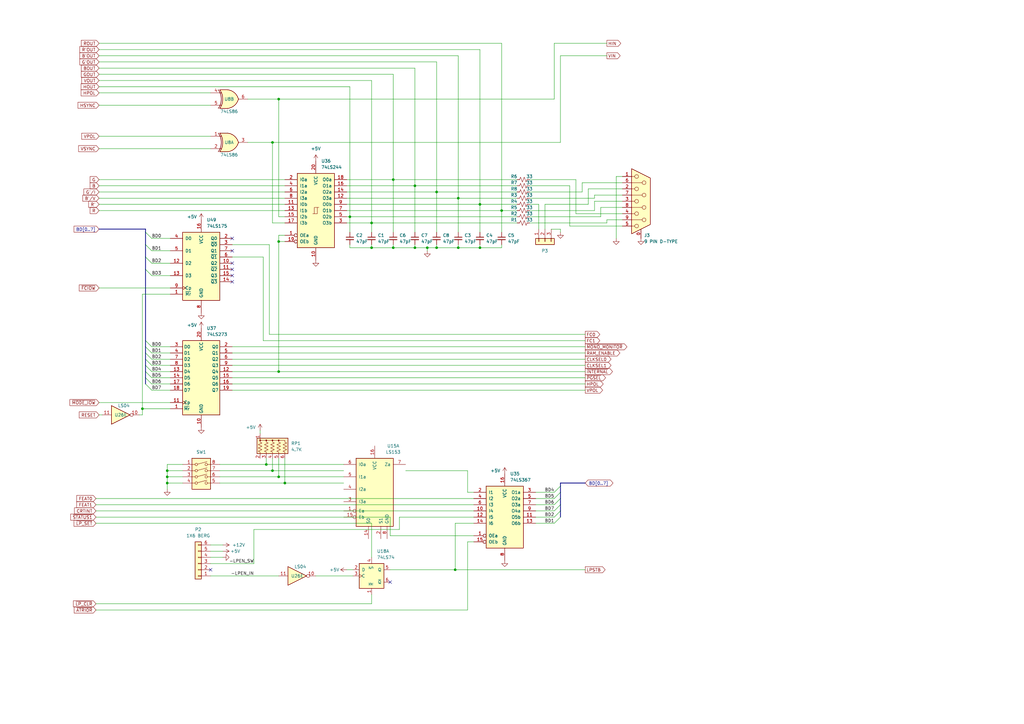
<source format=kicad_sch>
(kicad_sch (version 20230121) (generator eeschema)
  (paper "A3")
  (lib_symbols
    (symbol "74xx:74LS04"
      (property "Reference" "U" (at 0 1.27 0))
      (property "Value" "74LS04" (at 0 -1.27 0))
      (symbol "74LS04_1_0"
        (pin input line (at -7.62 0 0) (length 3.81) (name "~") (number "1"))
        (pin output inverted (at 7.62 0 180) (length 3.81) (name "~") (number "2"))
      )
      (symbol "74LS04_2_0"
        (pin input line (at -7.62 0 0) (length 3.81) (name "~") (number "3"))
        (pin output inverted (at 7.62 0 180) (length 3.81) (name "~") (number "4"))
      )
      (symbol "74LS04_3_0"
        (pin input line (at -7.62 0 0) (length 3.81) (name "~") (number "5"))
        (pin output inverted (at 7.62 0 180) (length 3.81) (name "~") (number "6"))
      )
      (symbol "74LS04_4_0"
        (pin output inverted (at 7.62 0 180) (length 3.81) (name "~") (number "8"))
        (pin input line (at -7.62 0 0) (length 3.81) (name "~") (number "9"))
      )
      (symbol "74LS04_5_0"
        (pin output inverted (at 7.62 0 180) (length 3.81) (name "~") (number "10"))
        (pin input line (at -7.62 0 0) (length 3.81) (name "~") (number "11"))
      )
      (symbol "74LS04_6_0"
        (pin output inverted (at 7.62 0 180) (length 3.81) (name "~") (number "12"))
        (pin input line (at -7.62 0 0) (length 3.81) (name "~") (number "13"))
      )
      (symbol "74LS04_7_0"
        (pin power_in line (at 0 12.7 270) (length 5.08) (name "VCC") (number "14"))
        (pin power_in line (at 0 -12.7 90) (length 5.08) (name "GND") (number "7"))
      )
    )
    (symbol "74xx:74LS175" (pin_names (offset 1.016))
      (property "Reference" "U" (at -7.62 13.97 0))
      (property "Value" "74LS175" (at -7.62 -16.51 0))
      (symbol "74LS175_1_0"
        (pin input line (at -12.7 -12.7 0) (length 5.08) (name "~{Mr}") (number "1"))
        (pin output line (at 12.7 0 180) (length 5.08) (name "Q2") (number "10"))
        (pin output line (at 12.7 -2.54 180) (length 5.08) (name "~{Q2}") (number "11"))
        (pin input line (at -12.7 0 0) (length 5.08) (name "D2") (number "12"))
        (pin input line (at -12.7 -5.08 0) (length 5.08) (name "D3") (number "13"))
        (pin output line (at 12.7 -7.62 180) (length 5.08) (name "~{Q3}") (number "14"))
        (pin output line (at 12.7 -5.08 180) (length 5.08) (name "Q3") (number "15"))
        (pin power_in line (at 0 17.78 270) (length 5.08) (name "VCC") (number "16"))
        (pin output line (at 12.7 10.16 180) (length 5.08) (name "Q0") (number "2"))
        (pin output line (at 12.7 7.62 180) (length 5.08) (name "~{Q0}") (number "3"))
        (pin input line (at -12.7 10.16 0) (length 5.08) (name "D0") (number "4"))
        (pin input line (at -12.7 5.08 0) (length 5.08) (name "D1") (number "5"))
        (pin output line (at 12.7 2.54 180) (length 5.08) (name "~{Q1}") (number "6"))
        (pin output line (at 12.7 5.08 180) (length 5.08) (name "Q1") (number "7"))
        (pin power_in line (at 0 -20.32 90) (length 5.08) (name "GND") (number "8"))
        (pin input clock (at -12.7 -10.16 0) (length 5.08) (name "Cp") (number "9"))
      )
    )
    (symbol "74xx:74LS244" (pin_names (offset 1.016))
      (property "Reference" "U" (at -7.62 16.51 0))
      (property "Value" "74LS244" (at -7.62 -16.51 0))
      (symbol "74LS244_1_0"
        (pin input inverted (at -12.7 -10.16 0) (length 5.08) (name "OEa") (number "1"))
        (pin power_in line (at 0 -20.32 90) (length 5.08) (name "GND") (number "10"))
        (pin input line (at -12.7 2.54 0) (length 5.08) (name "I0b") (number "11"))
        (pin tri_state line (at 12.7 5.08 180) (length 5.08) (name "O3a") (number "12"))
        (pin input line (at -12.7 0 0) (length 5.08) (name "I1b") (number "13"))
        (pin tri_state line (at 12.7 7.62 180) (length 5.08) (name "O2a") (number "14"))
        (pin input line (at -12.7 -2.54 0) (length 5.08) (name "I2b") (number "15"))
        (pin tri_state line (at 12.7 10.16 180) (length 5.08) (name "O1a") (number "16"))
        (pin input line (at -12.7 -5.08 0) (length 5.08) (name "I3b") (number "17"))
        (pin tri_state line (at 12.7 12.7 180) (length 5.08) (name "O0a") (number "18"))
        (pin input inverted (at -12.7 -12.7 0) (length 5.08) (name "OEb") (number "19"))
        (pin input line (at -12.7 12.7 0) (length 5.08) (name "I0a") (number "2"))
        (pin power_in line (at 0 20.32 270) (length 5.08) (name "VCC") (number "20"))
        (pin tri_state line (at 12.7 -5.08 180) (length 5.08) (name "O3b") (number "3"))
        (pin input line (at -12.7 10.16 0) (length 5.08) (name "I1a") (number "4"))
        (pin tri_state line (at 12.7 -2.54 180) (length 5.08) (name "O2b") (number "5"))
        (pin input line (at -12.7 7.62 0) (length 5.08) (name "I2a") (number "6"))
        (pin tri_state line (at 12.7 0 180) (length 5.08) (name "O1b") (number "7"))
        (pin input line (at -12.7 5.08 0) (length 5.08) (name "I3a") (number "8"))
        (pin tri_state line (at 12.7 2.54 180) (length 5.08) (name "O0b") (number "9"))
      )
    )
    (symbol "74xx:74LS273"
      (property "Reference" "U" (at -7.62 16.51 0))
      (property "Value" "74LS273" (at -7.62 -16.51 0))
      (symbol "74LS273_1_0"
        (pin input line (at -12.7 -12.7 0) (length 5.08) (name "~{Mr}") (number "1"))
        (pin power_in line (at 0 -20.32 90) (length 5.08) (name "GND") (number "10"))
        (pin input clock (at -12.7 -10.16 0) (length 5.08) (name "Cp") (number "11"))
        (pin output line (at 12.7 2.54 180) (length 5.08) (name "Q4") (number "12"))
        (pin input line (at -12.7 2.54 0) (length 5.08) (name "D4") (number "13"))
        (pin input line (at -12.7 0 0) (length 5.08) (name "D5") (number "14"))
        (pin output line (at 12.7 0 180) (length 5.08) (name "Q5") (number "15"))
        (pin output line (at 12.7 -2.54 180) (length 5.08) (name "Q6") (number "16"))
        (pin input line (at -12.7 -2.54 0) (length 5.08) (name "D6") (number "17"))
        (pin input line (at -12.7 -5.08 0) (length 5.08) (name "D7") (number "18"))
        (pin output line (at 12.7 -5.08 180) (length 5.08) (name "Q7") (number "19"))
        (pin output line (at 12.7 12.7 180) (length 5.08) (name "Q0") (number "2"))
        (pin power_in line (at 0 20.32 270) (length 5.08) (name "VCC") (number "20"))
        (pin input line (at -12.7 12.7 0) (length 5.08) (name "D0") (number "3"))
        (pin input line (at -12.7 10.16 0) (length 5.08) (name "D1") (number "4"))
        (pin output line (at 12.7 10.16 180) (length 5.08) (name "Q1") (number "5"))
        (pin output line (at 12.7 7.62 180) (length 5.08) (name "Q2") (number "6"))
        (pin input line (at -12.7 7.62 0) (length 5.08) (name "D2") (number "7"))
        (pin input line (at -12.7 5.08 0) (length 5.08) (name "D3") (number "8"))
        (pin output line (at 12.7 5.08 180) (length 5.08) (name "Q3") (number "9"))
      )
    )
    (symbol "74xx:74LS367" (pin_names (offset 1.016))
      (property "Reference" "U" (at -7.62 13.97 0))
      (property "Value" "74LS367" (at -7.62 -13.97 0))
      (symbol "74LS367_1_0"
        (pin input inverted (at -12.7 -7.62 0) (length 5.08) (name "OEa") (number "1"))
        (pin input line (at -12.7 2.54 0) (length 5.08) (name "I4") (number "10"))
        (pin tri_state line (at 12.7 0 180) (length 5.08) (name "O5b") (number "11"))
        (pin input line (at -12.7 0 0) (length 5.08) (name "I5") (number "12"))
        (pin tri_state line (at 12.7 -2.54 180) (length 5.08) (name "O6b") (number "13"))
        (pin input line (at -12.7 -2.54 0) (length 5.08) (name "I6") (number "14"))
        (pin input inverted (at -12.7 -10.16 0) (length 5.08) (name "OEb") (number "15"))
        (pin power_in line (at 0 17.78 270) (length 5.08) (name "VCC") (number "16"))
        (pin input line (at -12.7 10.16 0) (length 5.08) (name "I1") (number "2"))
        (pin tri_state line (at 12.7 10.16 180) (length 5.08) (name "O1a") (number "3"))
        (pin input line (at -12.7 7.62 0) (length 5.08) (name "I2") (number "4"))
        (pin tri_state line (at 12.7 7.62 180) (length 5.08) (name "O2a") (number "5"))
        (pin input line (at -12.7 5.08 0) (length 5.08) (name "I3") (number "6"))
        (pin tri_state line (at 12.7 5.08 180) (length 5.08) (name "O3a") (number "7"))
        (pin power_in line (at 0 -17.78 90) (length 5.08) (name "GND") (number "8"))
        (pin tri_state line (at 12.7 2.54 180) (length 5.08) (name "O4a") (number "9"))
      )
    )
    (symbol "74xx:74LS74" (pin_names (offset 1.016))
      (property "Reference" "U" (at -7.62 8.89 0))
      (property "Value" "74LS74" (at -7.62 -8.89 0))
      (symbol "74LS74_1_0"
        (pin input line (at 0 -7.62 90) (length 2.54) (name "~{R}") (number "1"))
        (pin input line (at -7.62 2.54 0) (length 2.54) (name "D") (number "2"))
        (pin input clock (at -7.62 0 0) (length 2.54) (name "C") (number "3"))
        (pin input line (at 0 7.62 270) (length 2.54) (name "~{S}") (number "4"))
        (pin output line (at 7.62 2.54 180) (length 2.54) (name "Q") (number "5"))
        (pin output line (at 7.62 -2.54 180) (length 2.54) (name "~{Q}") (number "6"))
      )
      (symbol "74LS74_2_0"
        (pin input line (at 0 7.62 270) (length 2.54) (name "~{S}") (number "10"))
        (pin input clock (at -7.62 0 0) (length 2.54) (name "C") (number "11"))
        (pin input line (at -7.62 2.54 0) (length 2.54) (name "D") (number "12"))
        (pin input line (at 0 -7.62 90) (length 2.54) (name "~{R}") (number "13"))
        (pin output line (at 7.62 -2.54 180) (length 2.54) (name "~{Q}") (number "8"))
        (pin output line (at 7.62 2.54 180) (length 2.54) (name "Q") (number "9"))
      )
      (symbol "74LS74_3_0"
        (pin power_in line (at 0 10.16 270) (length 2.54) (name "VCC") (number "14"))
        (pin power_in line (at 0 -10.16 90) (length 2.54) (name "GND") (number "7"))
      )
    )
    (symbol "74xx:74LS86" (pin_names (offset 1.016))
      (property "Reference" "U" (at 0 1.27 0))
      (property "Value" "74LS86" (at 0 -1.27 0))
      (symbol "74LS86_1_0"
        (pin input line (at -7.62 2.54 0) (length 4.445) (name "~") (number "1"))
        (pin input line (at -7.62 -2.54 0) (length 4.445) (name "~") (number "2"))
        (pin output line (at 7.62 0 180) (length 3.81) (name "~") (number "3"))
      )
      (symbol "74LS86_2_0"
        (pin input line (at -7.62 2.54 0) (length 4.445) (name "~") (number "4"))
        (pin input line (at -7.62 -2.54 0) (length 4.445) (name "~") (number "5"))
        (pin output line (at 7.62 0 180) (length 3.81) (name "~") (number "6"))
      )
      (symbol "74LS86_3_0"
        (pin input line (at -7.62 -2.54 0) (length 4.445) (name "~") (number "10"))
        (pin output line (at 7.62 0 180) (length 3.81) (name "~") (number "8"))
        (pin input line (at -7.62 2.54 0) (length 4.445) (name "~") (number "9"))
      )
      (symbol "74LS86_4_0"
        (pin output line (at 7.62 0 180) (length 3.81) (name "~") (number "11"))
        (pin input line (at -7.62 2.54 0) (length 4.445) (name "~") (number "12"))
        (pin input line (at -7.62 -2.54 0) (length 4.445) (name "~") (number "13"))
      )
      (symbol "74LS86_5_0"
        (pin power_in line (at 0 12.7 270) (length 5.08) (name "VCC") (number "14"))
        (pin power_in line (at 0 -12.7 90) (length 5.08) (name "GND") (number "7"))
      )
    )
    (symbol "Connector:DE9_Receptacle_MountingHoles" (pin_names (offset 1.016) hide)
      (property "Reference" "J" (at 0 16.51 0))
      (property "Value" "DE9_Receptacle_MountingHoles" (at 0 14.605 0))
      (symbol "DE9_Receptacle_MountingHoles_1_1"
        (pin passive line (at 0 -15.24 90) (length 3.81) (name "PAD") (number "0"))
        (pin passive line (at -7.62 10.16 0) (length 3.81) (name "1") (number "1"))
        (pin passive line (at -7.62 5.08 0) (length 3.81) (name "2") (number "2"))
        (pin passive line (at -7.62 0 0) (length 3.81) (name "3") (number "3"))
        (pin passive line (at -7.62 -5.08 0) (length 3.81) (name "4") (number "4"))
        (pin passive line (at -7.62 -10.16 0) (length 3.81) (name "5") (number "5"))
        (pin passive line (at -7.62 7.62 0) (length 3.81) (name "6") (number "6"))
        (pin passive line (at -7.62 2.54 0) (length 3.81) (name "7") (number "7"))
        (pin passive line (at -7.62 -2.54 0) (length 3.81) (name "8") (number "8"))
        (pin passive line (at -7.62 -7.62 0) (length 3.81) (name "9") (number "9"))
      )
    )
    (symbol "Connector_Generic:Conn_01x03" (pin_names (offset 1.016) hide)
      (property "Reference" "J" (at 0 5.08 0))
      (property "Value" "Conn_01x03" (at 0 -5.08 0))
      (symbol "Conn_01x03_1_1"
        (pin passive line (at -5.08 2.54 0) (length 3.81) (name "Pin_1") (number "1"))
        (pin passive line (at -5.08 0 0) (length 3.81) (name "Pin_2") (number "2"))
        (pin passive line (at -5.08 -2.54 0) (length 3.81) (name "Pin_3") (number "3"))
      )
    )
    (symbol "Connector_Generic:Conn_01x06" (pin_names (offset 1.016) hide)
      (property "Reference" "J" (at 0 7.62 0))
      (property "Value" "Conn_01x06" (at 0 -10.16 0))
      (symbol "Conn_01x06_1_1"
        (pin passive line (at -5.08 5.08 0) (length 3.81) (name "Pin_1") (number "1"))
        (pin passive line (at -5.08 2.54 0) (length 3.81) (name "Pin_2") (number "2"))
        (pin passive line (at -5.08 0 0) (length 3.81) (name "Pin_3") (number "3"))
        (pin passive line (at -5.08 -2.54 0) (length 3.81) (name "Pin_4") (number "4"))
        (pin passive line (at -5.08 -5.08 0) (length 3.81) (name "Pin_5") (number "5"))
        (pin passive line (at -5.08 -7.62 0) (length 3.81) (name "Pin_6") (number "6"))
      )
    )
    (symbol "Device:C_Small" (pin_numbers hide) (pin_names (offset 0.254) hide)
      (property "Reference" "C" (at 0.254 1.778 0))
      (property "Value" "C_Small" (at 0.254 -2.032 0))
      (symbol "C_Small_1_1"
        (pin passive line (at 0 2.54 270) (length 2.032) (name "~") (number "1"))
        (pin passive line (at 0 -2.54 90) (length 2.032) (name "~") (number "2"))
      )
    )
    (symbol "Device:R_Network05_US" (pin_names (offset 0) hide)
      (property "Reference" "RN" (at -7.62 0 90))
      (property "Value" "R_Network05_US" (at 7.62 0 90))
      (symbol "R_Network05_US_1_1"
        (pin passive line (at -5.08 5.08 270) (length 2.54) (name "common") (number "1"))
        (pin passive line (at -5.08 -5.08 90) (length 1.27) (name "R1") (number "2"))
        (pin passive line (at -2.54 -5.08 90) (length 1.27) (name "R2") (number "3"))
        (pin passive line (at 0 -5.08 90) (length 1.27) (name "R3") (number "4"))
        (pin passive line (at 2.54 -5.08 90) (length 1.27) (name "R4") (number "5"))
        (pin passive line (at 5.08 -5.08 90) (length 1.27) (name "R5") (number "6"))
      )
    )
    (symbol "Device:R_Small_US" (pin_numbers hide) (pin_names (offset 0.254) hide)
      (property "Reference" "R" (at 0.762 0.508 0))
      (property "Value" "R_Small_US" (at 0.762 -1.016 0))
      (symbol "R_Small_US_1_1"
        (pin passive line (at 0 2.54 270) (length 1.016) (name "~") (number "1"))
        (pin passive line (at 0 -2.54 90) (length 1.016) (name "~") (number "2"))
      )
    )
    (symbol "EGACard:74LS153" (pin_names (offset 1.016))
      (property "Reference" "U" (at 3.81 5.08 0))
      (property "Value" "74LS153" (at 6.35 2.54 0))
      (symbol "74LS153_1_0"
        (pin input inverted (at -5.08 -21.59 0) (length 5.08) (name "Ea") (number "1"))
        (pin input line (at 5.08 -33.02 90) (length 5.08) (name "S0") (number "14"))
        (pin input inverted (at -5.08 -24.13 0) (length 5.08) (name "Eb") (number "15"))
        (pin power_in line (at 7.62 5.08 270) (length 5.08) (name "VCC") (number "16"))
        (pin input line (at 10.16 -33.02 90) (length 5.08) (name "S1") (number "2"))
        (pin input line (at -5.08 -17.78 0) (length 5.08) (name "I3a") (number "3"))
        (pin input line (at -5.08 -12.7 0) (length 5.08) (name "I2a") (number "4"))
        (pin input line (at -5.08 -7.62 0) (length 5.08) (name "I1a") (number "5"))
        (pin output line (at 20.32 -2.54 180) (length 5.08) (name "Za") (number "7"))
        (pin power_in line (at 12.7 -33.02 90) (length 5.08) (name "GND") (number "8"))
      )
      (symbol "74LS153_1_1"
        (pin input line (at -5.08 -2.54 0) (length 5.08) (name "I0a") (number "6"))
      )
      (symbol "74LS153_2_0"
        (pin input line (at -5.08 -2.54 0) (length 5.08) (name "I0b") (number "10"))
        (pin input line (at -5.08 -2.54 0) (length 5.08) (name "I0b") (number "10"))
        (pin input line (at -5.08 -5.08 0) (length 5.08) (name "I1b") (number "11"))
        (pin input line (at -5.08 -5.08 0) (length 5.08) (name "I1b") (number "11"))
        (pin input line (at -5.08 -7.62 0) (length 5.08) (name "I2b") (number "12"))
        (pin input line (at -5.08 -7.62 0) (length 5.08) (name "I2b") (number "12"))
        (pin input line (at -5.08 -10.16 0) (length 5.08) (name "I3b") (number "13"))
        (pin input line (at -5.08 -10.16 0) (length 5.08) (name "I3b") (number "13"))
        (pin output line (at 20.32 -5.08 180) (length 5.08) (name "Zb") (number "9"))
      )
    )
    (symbol "Switch:SW_DIP_x04" (pin_names (offset 0) hide)
      (property "Reference" "SW" (at 0 8.89 0))
      (property "Value" "SW_DIP_x04" (at 0 -6.35 0))
      (symbol "SW_DIP_x04_1_1"
        (pin passive line (at -7.62 5.08 0) (length 5.08) (name "~") (number "1"))
        (pin passive line (at -7.62 2.54 0) (length 5.08) (name "~") (number "2"))
        (pin passive line (at -7.62 0 0) (length 5.08) (name "~") (number "3"))
        (pin passive line (at -7.62 -2.54 0) (length 5.08) (name "~") (number "4"))
        (pin passive line (at 7.62 -2.54 180) (length 5.08) (name "~") (number "5"))
        (pin passive line (at 7.62 0 180) (length 5.08) (name "~") (number "6"))
        (pin passive line (at 7.62 2.54 180) (length 5.08) (name "~") (number "7"))
        (pin passive line (at 7.62 5.08 180) (length 5.08) (name "~") (number "8"))
      )
    )
    (symbol "power:+12V" (power) (pin_names (offset 0))
      (property "Value" "+12V" (at 0 3.556 0))
      (symbol "+12V_1_1"
        (pin power_in line (at 0 0 90) (length 0) hide (name "+12V") (number "1"))
      )
    )
    (symbol "power:+5V" (power) (pin_names (offset 0))
      (property "Value" "+5V" (at 0 3.556 0))
      (symbol "+5V_1_1"
        (pin power_in line (at 0 0 90) (length 0) hide (name "+5V") (number "1"))
      )
    )
    (symbol "power:GND" (power) (pin_names (offset 0))
      (property "Value" "GND" (at 0 -3.81 0))
      (symbol "GND_1_1"
        (pin power_in line (at 0 0 270) (length 0) hide (name "GND") (number "1"))
      )
    )
  )
  (junction (at 187.96 81.28))
  (junction (at 114.3 195.58))
  (junction (at 152.4 101.6))
  (junction (at 58.42 167.64))
  (junction (at 196.85 83.82))
  (junction (at 152.4 91.44))
  (junction (at 68.58 195.58))
  (junction (at 114.3 152.4))
  (junction (at 170.18 101.6))
  (junction (at 116.84 198.12))
  (junction (at 205.74 86.36))
  (junction (at 68.58 193.04))
  (junction (at 143.51 88.9))
  (junction (at 196.85 101.6))
  (junction (at 161.29 101.6))
  (junction (at 179.07 78.74))
  (junction (at 114.3 99.06))
  (junction (at 114.3 40.64))
  (junction (at 109.22 190.5))
  (junction (at 186.69 233.68))
  (junction (at 170.18 76.2))
  (junction (at 111.76 193.04))
  (junction (at 175.26 101.6))
  (junction (at 111.76 58.42))
  (junction (at 161.29 73.66))
  (junction (at 68.58 198.12))
  (junction (at 187.96 101.6))
  (junction (at 179.07 101.6))
  (no_connect (at 95.25 113.03))
  (no_connect (at 86.36 233.68))
  (no_connect (at 160.02 238.76))
  (no_connect (at 95.25 110.49))
  (no_connect (at 95.25 107.95))
  (no_connect (at 95.25 102.87))
  (no_connect (at 95.25 115.57))
  (no_connect (at 95.25 97.79))
  (bus_entry (at 59.69 144.78) (size 2.54 2.54))
  (bus_entry (at 59.69 154.94) (size 2.54 2.54))
  (bus_entry (at 59.69 105.41) (size 2.54 2.54))
  (bus_entry (at 227.33 209.55) (size 2.54 -2.54))
  (bus_entry (at 59.69 100.33) (size 2.54 2.54))
  (bus_entry (at 59.69 149.86) (size 2.54 2.54))
  (bus_entry (at 227.33 204.47) (size 2.54 -2.54))
  (bus_entry (at 227.33 212.09) (size 2.54 -2.54))
  (bus_entry (at 227.33 214.63) (size 2.54 -2.54))
  (bus_entry (at 59.69 147.32) (size 2.54 2.54))
  (bus_entry (at 59.69 110.49) (size 2.54 2.54))
  (bus_entry (at 59.69 142.24) (size 2.54 2.54))
  (bus_entry (at 227.33 207.01) (size 2.54 -2.54))
  (bus_entry (at 59.69 139.7) (size 2.54 2.54))
  (bus_entry (at 227.33 201.93) (size 2.54 -2.54))
  (bus_entry (at 59.69 152.4) (size 2.54 2.54))
  (bus_entry (at 59.69 157.48) (size 2.54 2.54))
  (bus_entry (at 59.69 95.25) (size 2.54 2.54))
  (wire (pts (xy 114.3 195.58) (xy 140.97 195.58)))
  (wire (pts (xy 95.25 144.78) (xy 240.03 144.78)))
  (wire (pts (xy 229.87 22.86) (xy 229.87 58.42)))
  (wire (pts (xy 143.51 88.9) (xy 212.09 88.9)))
  (wire (pts (xy 220.98 83.82) (xy 220.98 93.98)))
  (wire (pts (xy 163.83 212.09) (xy 194.31 212.09)))
  (bus (pts (xy 59.69 105.41) (xy 59.69 100.33)))
  (wire (pts (xy 241.3 77.47) (xy 255.27 77.47)))
  (wire (pts (xy 106.68 176.53) (xy 106.68 177.8)))
  (bus (pts (xy 229.87 201.93) (xy 229.87 199.39)))
  (wire (pts (xy 68.58 193.04) (xy 74.93 193.04)))
  (wire (pts (xy 175.26 101.6) (xy 179.07 101.6)))
  (wire (pts (xy 161.29 101.6) (xy 170.18 101.6)))
  (wire (pts (xy 219.71 209.55) (xy 227.33 209.55)))
  (wire (pts (xy 39.37 204.47) (xy 194.31 204.47)))
  (wire (pts (xy 238.76 78.74) (xy 238.76 74.93)))
  (wire (pts (xy 95.25 154.94) (xy 240.03 154.94)))
  (wire (pts (xy 205.74 100.33) (xy 205.74 101.6)))
  (wire (pts (xy 186.69 214.63) (xy 186.69 233.68)))
  (wire (pts (xy 109.22 187.96) (xy 109.22 190.5)))
  (wire (pts (xy 187.96 81.28) (xy 187.96 22.86)))
  (wire (pts (xy 40.64 73.66) (xy 116.84 73.66)))
  (wire (pts (xy 62.23 152.4) (xy 69.85 152.4)))
  (bus (pts (xy 59.69 95.25) (xy 59.69 93.98)))
  (wire (pts (xy 187.96 101.6) (xy 196.85 101.6)))
  (wire (pts (xy 205.74 86.36) (xy 212.09 86.36)))
  (bus (pts (xy 59.69 110.49) (xy 59.69 105.41)))
  (wire (pts (xy 205.74 86.36) (xy 205.74 17.78)))
  (wire (pts (xy 233.68 92.71) (xy 255.27 92.71)))
  (wire (pts (xy 109.22 190.5) (xy 140.97 190.5)))
  (wire (pts (xy 114.3 96.52) (xy 114.3 99.06)))
  (wire (pts (xy 114.3 152.4) (xy 240.03 152.4)))
  (wire (pts (xy 205.74 86.36) (xy 205.74 95.25)))
  (wire (pts (xy 116.84 96.52) (xy 114.3 96.52)))
  (wire (pts (xy 90.17 190.5) (xy 109.22 190.5)))
  (wire (pts (xy 114.3 88.9) (xy 114.3 40.64)))
  (wire (pts (xy 179.07 78.74) (xy 179.07 95.25)))
  (wire (pts (xy 243.84 86.36) (xy 243.84 82.55)))
  (wire (pts (xy 68.58 195.58) (xy 68.58 198.12)))
  (wire (pts (xy 58.42 170.18) (xy 57.15 170.18)))
  (wire (pts (xy 217.17 81.28) (xy 243.84 81.28)))
  (wire (pts (xy 187.96 81.28) (xy 187.96 95.25)))
  (wire (pts (xy 116.84 198.12) (xy 140.97 198.12)))
  (wire (pts (xy 58.42 167.64) (xy 69.85 167.64)))
  (wire (pts (xy 95.25 157.48) (xy 240.03 157.48)))
  (wire (pts (xy 187.96 101.6) (xy 187.96 100.33)))
  (wire (pts (xy 95.25 100.33) (xy 110.49 100.33)))
  (wire (pts (xy 86.36 228.6) (xy 91.44 228.6)))
  (wire (pts (xy 170.18 76.2) (xy 212.09 76.2)))
  (wire (pts (xy 246.38 88.9) (xy 246.38 85.09)))
  (wire (pts (xy 111.76 58.42) (xy 101.6 58.42)))
  (wire (pts (xy 111.76 193.04) (xy 140.97 193.04)))
  (wire (pts (xy 40.64 81.28) (xy 116.84 81.28)))
  (wire (pts (xy 219.71 204.47) (xy 227.33 204.47)))
  (wire (pts (xy 68.58 198.12) (xy 68.58 200.66)))
  (wire (pts (xy 179.07 78.74) (xy 179.07 25.4)))
  (wire (pts (xy 152.4 101.6) (xy 161.29 101.6)))
  (wire (pts (xy 160.02 212.09) (xy 160.02 219.71)))
  (wire (pts (xy 219.71 207.01) (xy 227.33 207.01)))
  (wire (pts (xy 191.77 201.93) (xy 191.77 193.04)))
  (wire (pts (xy 219.71 212.09) (xy 227.33 212.09)))
  (wire (pts (xy 223.52 93.98) (xy 223.52 83.82)))
  (wire (pts (xy 142.24 73.66) (xy 161.29 73.66)))
  (wire (pts (xy 191.77 250.19) (xy 191.77 222.25)))
  (wire (pts (xy 58.42 167.64) (xy 58.42 170.18)))
  (wire (pts (xy 229.87 58.42) (xy 111.76 58.42)))
  (wire (pts (xy 229.87 93.98) (xy 229.87 95.25)))
  (wire (pts (xy 40.64 43.18) (xy 86.36 43.18)))
  (wire (pts (xy 161.29 73.66) (xy 161.29 30.48)))
  (wire (pts (xy 187.96 81.28) (xy 212.09 81.28)))
  (wire (pts (xy 111.76 91.44) (xy 111.76 58.42)))
  (wire (pts (xy 62.23 154.94) (xy 69.85 154.94)))
  (wire (pts (xy 39.37 250.19) (xy 191.77 250.19)))
  (wire (pts (xy 160.02 233.68) (xy 186.69 233.68)))
  (wire (pts (xy 116.84 88.9) (xy 114.3 88.9)))
  (wire (pts (xy 161.29 73.66) (xy 212.09 73.66)))
  (wire (pts (xy 62.23 107.95) (xy 69.85 107.95)))
  (wire (pts (xy 217.17 83.82) (xy 220.98 83.82)))
  (wire (pts (xy 86.36 236.22) (xy 114.3 236.22)))
  (wire (pts (xy 40.64 22.86) (xy 187.96 22.86)))
  (wire (pts (xy 191.77 193.04) (xy 166.37 193.04)))
  (wire (pts (xy 170.18 76.2) (xy 170.18 27.94)))
  (wire (pts (xy 186.69 233.68) (xy 240.03 233.68)))
  (wire (pts (xy 40.64 60.96) (xy 86.36 60.96)))
  (wire (pts (xy 40.64 17.78) (xy 205.74 17.78)))
  (wire (pts (xy 40.64 30.48) (xy 161.29 30.48)))
  (wire (pts (xy 219.71 214.63) (xy 227.33 214.63)))
  (wire (pts (xy 142.24 78.74) (xy 179.07 78.74)))
  (wire (pts (xy 241.3 83.82) (xy 241.3 77.47)))
  (wire (pts (xy 246.38 85.09) (xy 255.27 85.09)))
  (wire (pts (xy 95.25 105.41) (xy 107.95 105.41)))
  (wire (pts (xy 40.64 76.2) (xy 116.84 76.2)))
  (wire (pts (xy 116.84 187.96) (xy 116.84 198.12)))
  (wire (pts (xy 39.37 207.01) (xy 194.31 207.01)))
  (wire (pts (xy 40.64 20.32) (xy 196.85 20.32)))
  (wire (pts (xy 236.22 73.66) (xy 236.22 87.63)))
  (wire (pts (xy 114.3 99.06) (xy 116.84 99.06)))
  (wire (pts (xy 248.92 22.86) (xy 229.87 22.86)))
  (wire (pts (xy 142.24 88.9) (xy 143.51 88.9)))
  (wire (pts (xy 179.07 101.6) (xy 179.07 100.33)))
  (wire (pts (xy 170.18 101.6) (xy 175.26 101.6)))
  (wire (pts (xy 40.64 55.88) (xy 86.36 55.88)))
  (wire (pts (xy 116.84 91.44) (xy 111.76 91.44)))
  (wire (pts (xy 152.4 100.33) (xy 152.4 101.6)))
  (wire (pts (xy 95.25 142.24) (xy 240.03 142.24)))
  (wire (pts (xy 74.93 190.5) (xy 68.58 190.5)))
  (wire (pts (xy 40.64 38.1) (xy 86.36 38.1)))
  (wire (pts (xy 217.17 76.2) (xy 233.68 76.2)))
  (wire (pts (xy 179.07 78.74) (xy 212.09 78.74)))
  (wire (pts (xy 223.52 83.82) (xy 241.3 83.82)))
  (bus (pts (xy 59.69 142.24) (xy 59.69 144.78)))
  (wire (pts (xy 163.83 217.17) (xy 163.83 212.09)))
  (wire (pts (xy 86.36 223.52) (xy 91.44 223.52)))
  (wire (pts (xy 62.23 149.86) (xy 69.85 149.86)))
  (bus (pts (xy 59.69 147.32) (xy 59.69 149.86)))
  (wire (pts (xy 104.14 231.14) (xy 104.14 217.17)))
  (wire (pts (xy 217.17 86.36) (xy 243.84 86.36)))
  (wire (pts (xy 219.71 201.93) (xy 227.33 201.93)))
  (wire (pts (xy 196.85 83.82) (xy 212.09 83.82)))
  (wire (pts (xy 95.25 152.4) (xy 114.3 152.4)))
  (wire (pts (xy 152.4 243.84) (xy 152.4 247.65)))
  (wire (pts (xy 110.49 137.16) (xy 240.03 137.16)))
  (wire (pts (xy 252.73 72.39) (xy 252.73 97.79)))
  (wire (pts (xy 114.3 187.96) (xy 114.3 195.58)))
  (wire (pts (xy 86.36 231.14) (xy 104.14 231.14)))
  (wire (pts (xy 62.23 113.03) (xy 69.85 113.03)))
  (wire (pts (xy 39.37 247.65) (xy 152.4 247.65)))
  (bus (pts (xy 59.69 144.78) (xy 59.69 147.32)))
  (wire (pts (xy 243.84 81.28) (xy 243.84 80.01)))
  (bus (pts (xy 59.69 100.33) (xy 59.69 95.25)))
  (wire (pts (xy 179.07 101.6) (xy 187.96 101.6)))
  (bus (pts (xy 59.69 154.94) (xy 59.69 157.48)))
  (bus (pts (xy 59.69 152.4) (xy 59.69 154.94)))
  (wire (pts (xy 227.33 40.64) (xy 227.33 17.78)))
  (wire (pts (xy 152.4 228.6) (xy 152.4 214.63)))
  (wire (pts (xy 227.33 17.78) (xy 248.92 17.78)))
  (wire (pts (xy 161.29 101.6) (xy 161.29 100.33)))
  (wire (pts (xy 142.24 233.68) (xy 144.78 233.68)))
  (wire (pts (xy 143.51 88.9) (xy 143.51 35.56)))
  (wire (pts (xy 114.3 40.64) (xy 101.6 40.64)))
  (bus (pts (xy 229.87 199.39) (xy 229.87 198.12)))
  (wire (pts (xy 217.17 88.9) (xy 246.38 88.9)))
  (wire (pts (xy 40.64 35.56) (xy 143.51 35.56)))
  (wire (pts (xy 170.18 76.2) (xy 170.18 95.25)))
  (wire (pts (xy 129.54 236.22) (xy 144.78 236.22)))
  (wire (pts (xy 107.95 105.41) (xy 107.95 139.7)))
  (wire (pts (xy 40.64 78.74) (xy 116.84 78.74)))
  (bus (pts (xy 229.87 209.55) (xy 229.87 207.01)))
  (wire (pts (xy 40.64 86.36) (xy 116.84 86.36)))
  (wire (pts (xy 196.85 83.82) (xy 196.85 20.32)))
  (wire (pts (xy 39.37 209.55) (xy 194.31 209.55)))
  (bus (pts (xy 229.87 212.09) (xy 229.87 209.55)))
  (wire (pts (xy 58.42 120.65) (xy 58.42 167.64)))
  (wire (pts (xy 143.51 88.9) (xy 143.51 95.25)))
  (bus (pts (xy 59.69 149.86) (xy 59.69 152.4)))
  (wire (pts (xy 142.24 81.28) (xy 187.96 81.28)))
  (wire (pts (xy 217.17 73.66) (xy 236.22 73.66)))
  (bus (pts (xy 40.64 93.98) (xy 59.69 93.98)))
  (wire (pts (xy 205.74 101.6) (xy 196.85 101.6)))
  (wire (pts (xy 62.23 160.02) (xy 69.85 160.02)))
  (wire (pts (xy 68.58 195.58) (xy 74.93 195.58)))
  (wire (pts (xy 175.26 101.6) (xy 175.26 102.87)))
  (wire (pts (xy 243.84 82.55) (xy 255.27 82.55)))
  (wire (pts (xy 90.17 198.12) (xy 116.84 198.12)))
  (wire (pts (xy 248.92 90.17) (xy 255.27 90.17)))
  (wire (pts (xy 62.23 157.48) (xy 69.85 157.48)))
  (wire (pts (xy 40.64 25.4) (xy 179.07 25.4)))
  (bus (pts (xy 229.87 207.01) (xy 229.87 204.47)))
  (wire (pts (xy 86.36 226.06) (xy 91.44 226.06)))
  (wire (pts (xy 68.58 198.12) (xy 74.93 198.12)))
  (wire (pts (xy 160.02 219.71) (xy 194.31 219.71)))
  (wire (pts (xy 248.92 91.44) (xy 248.92 90.17)))
  (wire (pts (xy 40.64 27.94) (xy 170.18 27.94)))
  (wire (pts (xy 194.31 214.63) (xy 186.69 214.63)))
  (wire (pts (xy 226.06 93.98) (xy 229.87 93.98)))
  (wire (pts (xy 238.76 74.93) (xy 255.27 74.93)))
  (wire (pts (xy 255.27 72.39) (xy 252.73 72.39)))
  (wire (pts (xy 40.64 33.02) (xy 152.4 33.02)))
  (bus (pts (xy 229.87 198.12) (xy 240.03 198.12)))
  (wire (pts (xy 236.22 87.63) (xy 255.27 87.63)))
  (wire (pts (xy 68.58 190.5) (xy 68.58 193.04)))
  (wire (pts (xy 104.14 217.17) (xy 163.83 217.17)))
  (wire (pts (xy 196.85 83.82) (xy 196.85 95.25)))
  (bus (pts (xy 229.87 204.47) (xy 229.87 201.93)))
  (wire (pts (xy 62.23 144.78) (xy 69.85 144.78)))
  (wire (pts (xy 143.51 101.6) (xy 152.4 101.6)))
  (wire (pts (xy 62.23 147.32) (xy 69.85 147.32)))
  (wire (pts (xy 40.64 83.82) (xy 116.84 83.82)))
  (wire (pts (xy 191.77 201.93) (xy 194.31 201.93)))
  (wire (pts (xy 69.85 120.65) (xy 58.42 120.65)))
  (wire (pts (xy 142.24 83.82) (xy 196.85 83.82)))
  (wire (pts (xy 114.3 152.4) (xy 114.3 99.06)))
  (wire (pts (xy 152.4 91.44) (xy 152.4 33.02)))
  (bus (pts (xy 59.69 139.7) (xy 59.69 142.24)))
  (wire (pts (xy 40.64 170.18) (xy 41.91 170.18)))
  (wire (pts (xy 39.37 212.09) (xy 160.02 212.09)))
  (wire (pts (xy 114.3 40.64) (xy 227.33 40.64)))
  (wire (pts (xy 142.24 76.2) (xy 170.18 76.2)))
  (wire (pts (xy 152.4 91.44) (xy 212.09 91.44)))
  (bus (pts (xy 59.69 110.49) (xy 59.69 139.7)))
  (wire (pts (xy 62.23 142.24) (xy 69.85 142.24)))
  (wire (pts (xy 191.77 222.25) (xy 194.31 222.25)))
  (wire (pts (xy 90.17 193.04) (xy 111.76 193.04)))
  (wire (pts (xy 233.68 76.2) (xy 233.68 92.71)))
  (wire (pts (xy 152.4 91.44) (xy 152.4 95.25)))
  (wire (pts (xy 217.17 78.74) (xy 238.76 78.74)))
  (wire (pts (xy 95.25 147.32) (xy 240.03 147.32)))
  (wire (pts (xy 196.85 101.6) (xy 196.85 100.33)))
  (wire (pts (xy 217.17 91.44) (xy 248.92 91.44)))
  (wire (pts (xy 152.4 214.63) (xy 39.37 214.63)))
  (wire (pts (xy 95.25 149.86) (xy 240.03 149.86)))
  (wire (pts (xy 90.17 195.58) (xy 114.3 195.58)))
  (wire (pts (xy 243.84 80.01) (xy 255.27 80.01)))
  (wire (pts (xy 111.76 187.96) (xy 111.76 193.04)))
  (wire (pts (xy 62.23 102.87) (xy 69.85 102.87)))
  (wire (pts (xy 40.64 165.1) (xy 69.85 165.1)))
  (wire (pts (xy 107.95 139.7) (xy 240.03 139.7)))
  (wire (pts (xy 142.24 91.44) (xy 152.4 91.44)))
  (wire (pts (xy 95.25 160.02) (xy 240.03 160.02)))
  (wire (pts (xy 142.24 86.36) (xy 205.74 86.36)))
  (wire (pts (xy 68.58 193.04) (xy 68.58 195.58)))
  (wire (pts (xy 40.64 118.11) (xy 69.85 118.11)))
  (wire (pts (xy 110.49 100.33) (xy 110.49 137.16)))
  (wire (pts (xy 143.51 100.33) (xy 143.51 101.6)))
  (wire (pts (xy 62.23 97.79) (xy 69.85 97.79)))
  (wire (pts (xy 161.29 73.66) (xy 161.29 95.25)))
  (wire (pts (xy 170.18 101.6) (xy 170.18 100.33)))
  (label "BD2" (at 227.33 212.09 180))
  (label "BD7" (at 227.33 209.55 180))
  (label "BD5" (at 227.33 204.47 180))
  (label "BD3" (at 62.23 149.86 0))
  (label "BD3" (at 62.23 113.03 0))
  (label "BD4" (at 227.33 201.93 180))
  (label "-LPEN_SW" (at 93.98 231.14 0))
  (label "BD1" (at 62.23 102.87 0))
  (label "BD4" (at 62.23 152.4 0))
  (label "-LPEN_IN" (at 104.14 236.22 180))
  (label "BD2" (at 62.23 107.95 0))
  (label "BD0" (at 62.23 142.24 0))
  (label "BD1" (at 227.33 214.63 180))
  (label "BD1" (at 62.23 144.78 0))
  (label "BD2" (at 62.23 147.32 0))
  (label "BD6" (at 62.23 157.48 0))
  (label "BD5" (at 62.23 154.94 0))
  (label "BD7" (at 62.23 160.02 0))
  (label "BD0" (at 62.23 97.79 0))
  (label "BD6" (at 227.33 207.01 180))
  (global_label "RESET" (shape input) (at 40.64 170.18 180) (property "Intersheetrefs" "${INTERSHEET_REFS}" (at 31.9097 170.18 0) (effects (justify right))))
  (global_label "CLKSEL0" (shape output) (at 240.03 147.32 0) (property "Intersheetrefs" "${INTERSHEET_REFS}" (at 251.1794 147.32 0) (effects (justify left))))
  (global_label "~{MONO_MONITOR}" (shape output) (at 240.03 142.24 0) (property "Intersheetrefs" "${INTERSHEET_REFS}" (at 257.711 142.24 0) (effects (justify left))))
  (global_label "VPOL" (shape output) (at 240.03 160.02 0) (property "Intersheetrefs" "${INTERSHEET_REFS}" (at 247.7324 160.02 0) (effects (justify left))))
  (global_label "FEAT0" (shape input) (at 39.37 204.47 180) (property "Intersheetrefs" "${INTERSHEET_REFS}" (at 30.8815 204.47 0) (effects (justify right))))
  (global_label "HOUT" (shape input) (at 40.64 35.56 180) (property "Intersheetrefs" "${INTERSHEET_REFS}" (at 32.6957 35.56 0) (effects (justify right))))
  (global_label "BOUT" (shape input) (at 40.64 27.94 180) (property "Intersheetrefs" "${INTERSHEET_REFS}" (at 32.7562 27.94 0) (effects (justify right))))
  (global_label "G'OUT" (shape input) (at 40.64 25.4 180) (property "Intersheetrefs" "${INTERSHEET_REFS}" (at 32.1514 25.4 0) (effects (justify right))))
  (global_label "R'" (shape input) (at 40.64 83.82 180) (property "Intersheetrefs" "${INTERSHEET_REFS}" (at 35.78 83.82 0) (effects (justify right))))
  (global_label "VSYNC" (shape input) (at 40.64 60.96 180) (property "Intersheetrefs" "${INTERSHEET_REFS}" (at 31.6676 60.96 0) (effects (justify right))))
  (global_label "~{INTERNAL}" (shape output) (at 240.03 152.4 0) (property "Intersheetrefs" "${INTERSHEET_REFS}" (at 251.7843 152.4 0) (effects (justify left))))
  (global_label "HIN" (shape output) (at 248.92 17.78 0) (property "Intersheetrefs" "${INTERSHEET_REFS}" (at 255.171 17.78 0) (effects (justify left))))
  (global_label "~{STATUS1}" (shape input) (at 39.37 212.09 180) (property "Intersheetrefs" "${INTERSHEET_REFS}" (at 28.402 212.09 0) (effects (justify right))))
  (global_label "G'{slash}I" (shape input) (at 40.64 78.74 180) (property "Intersheetrefs" "${INTERSHEET_REFS}" (at 33.8447 78.74 0) (effects (justify right))))
  (global_label "~{MODE_IOW}" (shape input) (at 40.64 165.1 180) (property "Intersheetrefs" "${INTERSHEET_REFS}" (at 28.0996 165.1 0) (effects (justify right))))
  (global_label "BD[0..7]" (shape input) (at 40.64 93.98 180) (property "Intersheetrefs" "${INTERSHEET_REFS}" (at 29.7928 93.98 0) (effects (justify right))))
  (global_label "~{PGSEL}" (shape output) (at 240.03 154.94 0) (property "Intersheetrefs" "${INTERSHEET_REFS}" (at 248.9418 154.94 0) (effects (justify left))))
  (global_label "VIN" (shape output) (at 248.92 22.86 0) (property "Intersheetrefs" "${INTERSHEET_REFS}" (at 254.9291 22.86 0) (effects (justify left))))
  (global_label "CLKSEL1" (shape output) (at 240.03 149.86 0) (property "Intersheetrefs" "${INTERSHEET_REFS}" (at 251.1794 149.86 0) (effects (justify left))))
  (global_label "G" (shape input) (at 40.64 73.66 180) (property "Intersheetrefs" "${INTERSHEET_REFS}" (at 36.3848 73.66 0) (effects (justify right))))
  (global_label "B'OUT" (shape input) (at 40.64 22.86 180) (property "Intersheetrefs" "${INTERSHEET_REFS}" (at 32.1514 22.86 0) (effects (justify right))))
  (global_label "CRTINT" (shape input) (at 39.37 209.55 180) (property "Intersheetrefs" "${INTERSHEET_REFS}" (at 29.9743 209.55 0) (effects (justify right))))
  (global_label "~{LP_SET}" (shape input) (at 39.37 214.63 180) (property "Intersheetrefs" "${INTERSHEET_REFS}" (at 29.793 214.63 0) (effects (justify right))))
  (global_label "HPOL" (shape output) (at 240.03 157.48 0) (property "Intersheetrefs" "${INTERSHEET_REFS}" (at 247.9743 157.48 0) (effects (justify left))))
  (global_label "FC0" (shape output) (at 240.03 137.16 0) (property "Intersheetrefs" "${INTERSHEET_REFS}" (at 246.5833 137.16 0) (effects (justify left))))
  (global_label "RAM_ENABLE" (shape output) (at 240.03 144.78 0) (property "Intersheetrefs" "${INTERSHEET_REFS}" (at 254.808 144.78 0) (effects (justify left))))
  (global_label "VOUT" (shape input) (at 40.64 33.02 180) (property "Intersheetrefs" "${INTERSHEET_REFS}" (at 32.9376 33.02 0) (effects (justify right))))
  (global_label "GOUT" (shape input) (at 40.64 30.48 180) (property "Intersheetrefs" "${INTERSHEET_REFS}" (at 32.7562 30.48 0) (effects (justify right))))
  (global_label "HSYNC" (shape input) (at 40.64 43.18 180) (property "Intersheetrefs" "${INTERSHEET_REFS}" (at 31.4257 43.18 0) (effects (justify right))))
  (global_label "BD[0..7]" (shape tri_state) (at 240.03 198.12 0) (property "Intersheetrefs" "${INTERSHEET_REFS}" (at 251.9885 198.12 0) (effects (justify left))))
  (global_label "R" (shape input) (at 40.64 86.36 180) (property "Intersheetrefs" "${INTERSHEET_REFS}" (at 36.3848 86.36 0) (effects (justify right))))
  (global_label "~{FCIOW}" (shape input) (at 40.64 118.11 180) (property "Intersheetrefs" "${INTERSHEET_REFS}" (at 31.9095 118.11 0) (effects (justify right))))
  (global_label "B'{slash}V" (shape input) (at 40.64 81.28 180) (property "Intersheetrefs" "${INTERSHEET_REFS}" (at 33.3609 81.28 0) (effects (justify right))))
  (global_label "B" (shape input) (at 40.64 76.2 180) (property "Intersheetrefs" "${INTERSHEET_REFS}" (at 36.3848 76.2 0) (effects (justify right))))
  (global_label "HPOL" (shape input) (at 40.64 38.1 180) (property "Intersheetrefs" "${INTERSHEET_REFS}" (at 32.6957 38.1 0) (effects (justify right))))
  (global_label "~{ATRIOR}" (shape input) (at 39.37 250.19 180) (property "Intersheetrefs" "${INTERSHEET_REFS}" (at 29.8533 250.19 0) (effects (justify right))))
  (global_label "LPSTB" (shape output) (at 240.03 233.68 0) (property "Intersheetrefs" "${INTERSHEET_REFS}" (at 248.7604 233.68 0) (effects (justify left))))
  (global_label "R'OUT" (shape input) (at 40.64 20.32 180) (property "Intersheetrefs" "${INTERSHEET_REFS}" (at 32.1514 20.32 0) (effects (justify right))))
  (global_label "ROUT" (shape input) (at 40.64 17.78 180) (property "Intersheetrefs" "${INTERSHEET_REFS}" (at 32.7562 17.78 0) (effects (justify right))))
  (global_label "~{LP_CLR}" (shape input) (at 39.37 247.65 180) (property "Intersheetrefs" "${INTERSHEET_REFS}" (at 29.551 247.65 0) (effects (justify right))))
  (global_label "FEAT1" (shape input) (at 39.37 207.01 180) (property "Intersheetrefs" "${INTERSHEET_REFS}" (at 30.8815 207.01 0) (effects (justify right))))
  (global_label "VPOL" (shape input) (at 40.64 55.88 180) (property "Intersheetrefs" "${INTERSHEET_REFS}" (at 32.9376 55.88 0) (effects (justify right))))
  (global_label "FC1" (shape output) (at 240.03 139.7 0) (property "Intersheetrefs" "${INTERSHEET_REFS}" (at 246.5833 139.7 0) (effects (justify left))))
  (symbol (lib_id "74xx:74LS273") (at 82.55 154.94 0) (unit 1)
    (property "Reference" "U37" (at 84.7441 134.62 0) (effects (justify left)))
    (property "Value" "74LS273" (at 84.7441 137.16 0) (effects (justify left)))
    (property "Footprint" "EGACard:DIP254P762X635-20" (effects hide))
    (property "Datasheet" "http://www.ti.com/lit/gpn/sn74LS273" (effects hide))
  )
  (symbol (lib_id "Device:C_Small") (at 196.85 97.79 0) (unit 1)
    (property "Reference" "C4" (at 199.39 96.5263 0) (effects (justify left)))
    (property "Value" "47pF" (at 199.39 99.0663 0) (effects (justify left)))
    (property "Footprint" "EGACard:CAPAC1234" (effects hide))
  )
  (symbol (lib_id "74xx:74LS86") (at 93.98 58.42 0) (unit 1)
    (property "Reference" "U8" (at 93.98 58.42 0))
    (property "Value" "74LS86" (at 93.98 63.5 0))
    (property "Footprint" "EGACard:DIP254P762X635-14" (effects hide))
    (property "Datasheet" "74xx/74ls86.pdf" (effects hide))
  )
  (symbol (lib_id "Device:R_Small_US") (at 214.63 86.36 90) (unit 1)
    (property "Reference" "R5" (at 210.82 85.09 90))
    (property "Value" "33" (at 217.17 85.09 90))
    (property "Footprint" "EGACard:RESA500" (effects hide))
  )
  (symbol (lib_id "Device:R_Small_US") (at 214.63 73.66 90) (unit 1)
    (property "Reference" "R6" (at 210.82 72.39 90))
    (property "Value" "33" (at 217.17 72.39 90))
    (property "Footprint" "EGACard:RESA500" (effects hide))
  )
  (symbol (lib_id "Connector:DE9_Receptacle_MountingHoles") (at 262.89 82.55 0) (unit 1)
    (property "Reference" "J3" (at 264.16 96.52 0) (effects (justify left)))
    (property "Value" "9 PIN D-TYPE" (at 264.16 99.06 0) (effects (justify left)))
    (property "Footprint" "EGACard:DB9-RA" (effects hide))
    (property "Datasheet" " ~" (effects hide))
  )
  (symbol (lib_id "power:GND") (at 68.58 200.66 0) (unit 1)
    (property "Reference" "#PWR066" (effects hide))
    (property "Value" "GND" (effects hide))
    (instances (project "EGACard" (path "" (reference "#PWR066") (unit 1)) (path "" (reference "#PWR074") (unit 1)) (path "" (reference "#PWR088") (unit 1)) (path "" (reference "#PWR095") (unit 1)) (path "" (reference "#PWR0108") (unit 1))))
  )
  (symbol (lib_id "power:GND") (at 129.54 106.68 0) (unit 1)
    (property "Reference" "#PWR066" (effects hide))
    (property "Value" "GND" (effects hide))
    (instances (project "EGACard" (path "" (reference "#PWR066") (unit 1)) (path "" (reference "#PWR074") (unit 1)) (path "" (reference "#PWR088") (unit 1)) (path "" (reference "#PWR095") (unit 1)) (path "" (reference "#PWR0100") (unit 1))))
  )
  (symbol (lib_id "power:GND") (at 262.89 97.79 0) (unit 1)
    (property "Reference" "#PWR066" (effects hide))
    (property "Value" "GND" (effects hide))
    (instances (project "EGACard" (path "" (reference "#PWR066") (unit 1)) (path "" (reference "#PWR074") (unit 1)) (path "" (reference "#PWR088") (unit 1)) (path "" (reference "#PWR095") (unit 1)) (path "" (reference "#PWR0132") (unit 1))))
  )
  (symbol (lib_id "power:+5V") (at 82.55 134.62 0) (unit 1)
    (property "Reference" "#PWR065" (effects hide))
    (property "Value" "+5V" (at 78.74 133.35 0))
    (instances (project "EGACard" (path "" (reference "#PWR065") (unit 1)) (path "" (reference "#PWR071") (unit 1)) (path "" (reference "#PWR083") (unit 1)) (path "" (reference "#PWR094") (unit 1)) (path "" (reference "#PWR0105") (unit 1))))
  )
  (symbol (lib_id "74xx:74LS04") (at 121.92 236.22 0) (unit 5)
    (property "Reference" "U26" (at 121.92 236.22 0))
    (property "Value" "LS04" (at 123.19 232.41 0))
    (property "Footprint" "EGACard:DIP254P762X635-14" (effects hide))
    (property "Datasheet" "http://www.ti.com/lit/gpn/sn74LS04" (effects hide))
    (instances (project "EGACard" (path "" (reference "U26") (unit 5)) (path "" (reference "U47") (unit 4)) (path "" (reference "U26") (unit 4))))
  )
  (symbol (lib_id "Device:C_Small") (at 170.18 97.79 0) (unit 1)
    (property "Reference" "C7" (at 172.72 96.5263 0) (effects (justify left)))
    (property "Value" "47pF" (at 172.72 99.0663 0) (effects (justify left)))
    (property "Footprint" "EGACard:CAPAC1234" (effects hide))
  )
  (symbol (lib_id "Switch:SW_DIP_x04") (at 82.55 195.58 0) (unit 1)
    (property "Reference" "SW1" (at 82.55 185.42 0))
    (property "Value" "SW_DIP_x04" (effects hide))
    (property "Footprint" "EGACard:DIP254P762X635-8" (effects hide))
  )
  (symbol (lib_id "power:GND") (at 207.01 229.87 0) (unit 1)
    (property "Reference" "#PWR066" (effects hide))
    (property "Value" "GND" (effects hide))
    (instances (project "EGACard" (path "" (reference "#PWR066") (unit 1)) (path "" (reference "#PWR074") (unit 1)) (path "" (reference "#PWR088") (unit 1)) (path "" (reference "#PWR095") (unit 1)) (path "" (reference "#PWR0110") (unit 1))))
  )
  (symbol (lib_id "power:+5V") (at 82.55 90.17 0) (unit 1)
    (property "Reference" "#PWR065" (effects hide))
    (property "Value" "+5V" (at 78.74 88.9 0))
    (instances (project "EGACard" (path "" (reference "#PWR065") (unit 1)) (path "" (reference "#PWR071") (unit 1)) (path "" (reference "#PWR083") (unit 1)) (path "" (reference "#PWR094") (unit 1)) (path "" (reference "#PWR0103") (unit 1))))
  )
  (symbol (lib_id "Device:C_Small") (at 179.07 97.79 0) (unit 1)
    (property "Reference" "C8" (at 181.61 96.5263 0) (effects (justify left)))
    (property "Value" "47pF" (at 181.61 99.0663 0) (effects (justify left)))
    (property "Footprint" "EGACard:CAPAC1234" (effects hide))
  )
  (symbol (lib_id "power:GND") (at 175.26 102.87 0) (unit 1)
    (property "Reference" "#PWR066" (effects hide))
    (property "Value" "GND" (effects hide))
    (instances (project "EGACard" (path "" (reference "#PWR066") (unit 1)) (path "" (reference "#PWR074") (unit 1)) (path "" (reference "#PWR088") (unit 1)) (path "" (reference "#PWR095") (unit 1)) (path "" (reference "#PWR0101") (unit 1))))
  )
  (symbol (lib_id "power:+5V") (at 207.01 194.31 0) (unit 1)
    (property "Reference" "#PWR065" (effects hide))
    (property "Value" "+5V" (at 203.2 193.04 0))
    (instances (project "EGACard" (path "" (reference "#PWR065") (unit 1)) (path "" (reference "#PWR071") (unit 1)) (path "" (reference "#PWR083") (unit 1)) (path "" (reference "#PWR094") (unit 1)) (path "" (reference "#PWR0109") (unit 1))))
  )
  (symbol (lib_id "EGACard:74LS153") (at 146.05 187.96 0) (unit 1)
    (property "Reference" "U15" (at 161.29 182.88 0))
    (property "Value" "LS153" (at 161.29 185.42 0))
    (property "Footprint" "EGACard:DIP254P762X635-16" (effects hide))
    (property "Datasheet" "http://www.ti.com/lit/gpn/sn74LS153" (effects hide))
    (instances (project "EGACard" (path "" (reference "U15") (unit 1)) (path "" (reference "U15") (unit 2))))
  )
  (symbol (lib_id "Device:R_Small_US") (at 214.63 83.82 90) (unit 1)
    (property "Reference" "R4" (at 210.82 82.55 90))
    (property "Value" "33" (at 217.17 82.55 90))
    (property "Footprint" "EGACard:RESA500" (effects hide))
  )
  (symbol (lib_id "Device:R_Small_US") (at 214.63 78.74 90) (unit 1)
    (property "Reference" "R8" (at 210.82 77.47 90))
    (property "Value" "33" (at 217.17 77.47 90))
    (property "Footprint" "EGACard:RESA500" (effects hide))
  )
  (symbol (lib_id "74xx:74LS175") (at 82.55 107.95 0) (unit 1)
    (property "Reference" "U49" (at 84.7441 90.17 0) (effects (justify left)))
    (property "Value" "74LS175" (at 84.7441 92.71 0) (effects (justify left)))
    (property "Footprint" "EGACard:DIP254P762X635-16" (effects hide))
    (property "Datasheet" "http://www.ti.com/lit/gpn/sn74LS175" (effects hide))
  )
  (symbol (lib_id "Device:C_Small") (at 152.4 97.79 0) (unit 1)
    (property "Reference" "C1" (at 154.94 96.5263 0) (effects (justify left)))
    (property "Value" "47pF" (at 154.94 99.0663 0) (effects (justify left)))
    (property "Footprint" "EGACard:CAPAC1234" (effects hide))
  )
  (symbol (lib_id "power:GND") (at 82.55 175.26 0) (unit 1)
    (property "Reference" "#PWR066" (effects hide))
    (property "Value" "GND" (effects hide))
    (instances (project "EGACard" (path "" (reference "#PWR066") (unit 1)) (path "" (reference "#PWR074") (unit 1)) (path "" (reference "#PWR088") (unit 1)) (path "" (reference "#PWR095") (unit 1)) (path "" (reference "#PWR0106") (unit 1))))
  )
  (symbol (lib_id "74xx:74LS04") (at 49.53 170.18 0) (unit 5)
    (property "Reference" "U26" (at 49.53 170.18 0))
    (property "Value" "LS04" (at 50.8 166.37 0))
    (property "Footprint" "EGACard:DIP254P762X635-14" (effects hide))
    (property "Datasheet" "http://www.ti.com/lit/gpn/sn74LS04" (effects hide))
    (instances (project "EGACard" (path "" (reference "U26") (unit 5)) (path "" (reference "U47") (unit 4)) (path "" (reference "U26") (unit 3))))
  )
  (symbol (lib_id "Device:C_Small") (at 161.29 97.79 0) (unit 1)
    (property "Reference" "C6" (at 163.83 96.5263 0) (effects (justify left)))
    (property "Value" "47pF" (at 163.83 99.0663 0) (effects (justify left)))
    (property "Footprint" "EGACard:CAPAC1234" (effects hide))
  )
  (symbol (lib_id "Device:R_Small_US") (at 214.63 76.2 90) (unit 1)
    (property "Reference" "R7" (at 210.82 74.93 90))
    (property "Value" "33" (at 217.17 74.93 90))
    (property "Footprint" "EGACard:RESA500" (effects hide))
  )
  (symbol (lib_id "power:GND") (at 82.55 128.27 0) (unit 1)
    (property "Reference" "#PWR066" (effects hide))
    (property "Value" "GND" (effects hide))
    (instances (project "EGACard" (path "" (reference "#PWR066") (unit 1)) (path "" (reference "#PWR074") (unit 1)) (path "" (reference "#PWR088") (unit 1)) (path "" (reference "#PWR095") (unit 1)) (path "" (reference "#PWR0104") (unit 1))))
  )
  (symbol (lib_id "Device:C_Small") (at 187.96 97.79 0) (unit 1)
    (property "Reference" "C3" (at 190.5 96.5263 0) (effects (justify left)))
    (property "Value" "47pF" (at 190.5 99.0663 0) (effects (justify left)))
    (property "Footprint" "EGACard:CAPAC1234" (effects hide))
  )
  (symbol (lib_id "74xx:74LS244") (at 129.54 86.36 0) (unit 1)
    (property "Reference" "U36" (at 131.7341 66.04 0) (effects (justify left)))
    (property "Value" "74LS244" (at 131.7341 68.58 0) (effects (justify left)))
    (property "Footprint" "EGACard:DIP254P762X635-20" (effects hide))
    (property "Datasheet" "http://www.ti.com/lit/ds/symlink/sn74ls244.pdf" (effects hide))
  )
  (symbol (lib_id "power:GND") (at 91.44 228.6 90) (unit 1)
    (property "Reference" "#PWR066" (effects hide))
    (property "Value" "GND" (effects hide))
    (instances (project "EGACard" (path "" (reference "#PWR066") (unit 1)) (path "" (reference "#PWR074") (unit 1)) (path "" (reference "#PWR088") (unit 1)) (path "" (reference "#PWR095") (unit 1)) (path "" (reference "#PWR0112") (unit 1))))
  )
  (symbol (lib_id "Device:R_Small_US") (at 214.63 91.44 90) (unit 1)
    (property "Reference" "R1" (at 210.82 90.17 90))
    (property "Value" "33" (at 217.17 90.17 90))
    (property "Footprint" "EGACard:RESA500" (effects hide))
  )
  (symbol (lib_id "power:GND") (at 252.73 97.79 0) (unit 1)
    (property "Reference" "#PWR066" (effects hide))
    (property "Value" "GND" (effects hide))
    (instances (project "EGACard" (path "" (reference "#PWR066") (unit 1)) (path "" (reference "#PWR074") (unit 1)) (path "" (reference "#PWR088") (unit 1)) (path "" (reference "#PWR095") (unit 1)) (path "" (reference "#PWR0131") (unit 1))))
  )
  (symbol (lib_id "power:GND") (at 229.87 95.25 0) (unit 1)
    (property "Reference" "#PWR066" (effects hide))
    (property "Value" "GND" (effects hide))
    (instances (project "EGACard" (path "" (reference "#PWR066") (unit 1)) (path "" (reference "#PWR074") (unit 1)) (path "" (reference "#PWR088") (unit 1)) (path "" (reference "#PWR095") (unit 1)) (path "" (reference "#PWR0102") (unit 1))))
  )
  (symbol (lib_id "Device:R_Small_US") (at 214.63 88.9 90) (unit 1)
    (property "Reference" "R2" (at 210.82 87.63 90))
    (property "Value" "33" (at 217.17 87.63 90))
    (property "Footprint" "EGACard:RESA500" (effects hide))
  )
  (symbol (lib_id "Connector_Generic:Conn_01x03") (at 223.52 99.06 90) (mirror x) (unit 1)
    (property "Reference" "P3" (at 224.79 102.87 90) (effects (justify left)))
    (property "Value" "1 x 3 BERG" (effects hide))
    (property "Footprint" "Connector_PinHeader_2.54mm:PinHeader_1x03_P2.54mm_Vertical" (effects hide))
    (instances (project "EGACard" (path "" (reference "P3") (unit 1)) (path "" (reference "P1") (unit 1))))
  )
  (symbol (lib_id "power:+5V") (at 106.68 176.53 0) (unit 1)
    (property "Reference" "#PWR065" (effects hide))
    (property "Value" "+5V" (at 102.87 175.26 0))
    (instances (project "EGACard" (path "" (reference "#PWR065") (unit 1)) (path "" (reference "#PWR071") (unit 1)) (path "" (reference "#PWR083") (unit 1)) (path "" (reference "#PWR094") (unit 1)) (path "" (reference "#PWR0107") (unit 1))))
  )
  (symbol (lib_id "power:+5V") (at 142.24 233.68 90) (unit 1)
    (property "Reference" "#PWR065" (effects hide))
    (property "Value" "+5V" (at 137.16 233.68 90))
    (instances (project "EGACard" (path "" (reference "#PWR065") (unit 1)) (path "" (reference "#PWR071") (unit 1)) (path "" (reference "#PWR083") (unit 1)) (path "" (reference "#PWR094") (unit 1)) (path "" (reference "#PWR0111") (unit 1))))
  )
  (symbol (lib_id "Device:C_Small") (at 143.51 97.79 0) (unit 1)
    (property "Reference" "C2" (at 146.05 96.5263 0) (effects (justify left)))
    (property "Value" "47pF" (at 146.05 99.0663 0) (effects (justify left)))
    (property "Footprint" "EGACard:CAPAC1234" (effects hide))
  )
  (symbol (lib_id "74xx:74LS86") (at 93.98 40.64 0) (unit 2)
    (property "Reference" "U8" (at 93.98 40.64 0))
    (property "Value" "74LS86" (at 93.98 45.72 0))
    (property "Footprint" "EGACard:DIP254P762X635-14" (effects hide))
    (property "Datasheet" "74xx/74ls86.pdf" (effects hide))
  )
  (symbol (lib_id "power:+12V") (at 91.44 223.52 270) (unit 1)
    (property "Reference" "#PWR0114" (effects hide))
    (property "Value" "+12V" (at 95.25 223.52 90) (effects (justify left)))
  )
  (symbol (lib_id "power:+5V") (at 91.44 226.06 270) (unit 1)
    (property "Reference" "#PWR065" (effects hide))
    (property "Value" "+5V" (at 96.52 226.06 90))
    (instances (project "EGACard" (path "" (reference "#PWR065") (unit 1)) (path "" (reference "#PWR071") (unit 1)) (path "" (reference "#PWR083") (unit 1)) (path "" (reference "#PWR094") (unit 1)) (path "" (reference "#PWR0113") (unit 1))))
  )
  (symbol (lib_id "Connector_Generic:Conn_01x06") (at 81.28 231.14 180) (unit 1)
    (property "Reference" "P2" (at 81.28 217.17 0))
    (property "Value" "1X6 BERG" (at 81.28 219.71 0))
    (property "Footprint" "Connector_PinHeader_2.54mm:PinHeader_1x06_P2.54mm_Vertical" (effects hide))
  )
  (symbol (lib_id "power:+5V") (at 129.54 66.04 0) (unit 1)
    (property "Reference" "#PWR065" (effects hide))
    (property "Value" "+5V" (at 129.54 60.96 0))
    (instances (project "EGACard" (path "" (reference "#PWR065") (unit 1)) (path "" (reference "#PWR071") (unit 1)) (path "" (reference "#PWR083") (unit 1)) (path "" (reference "#PWR094") (unit 1)) (path "" (reference "#PWR099") (unit 1))))
  )
  (symbol (lib_id "Device:R_Network05_US") (at 111.76 182.88 0) (unit 1)
    (property "Reference" "RP1" (at 119.38 181.864 0) (effects (justify left)))
    (property "Value" "4.7K" (at 119.38 184.404 0) (effects (justify left)))
    (property "Footprint" "Resistor_THT:R_Array_SIP6" (effects hide))
    (property "Datasheet" "http://www.vishay.com/docs/31509/csc.pdf" (effects hide))
  )
  (symbol (lib_id "74xx:74LS367") (at 207.01 212.09 0) (unit 1)
    (property "Reference" "U35" (at 209.2041 194.31 0) (effects (justify left)))
    (property "Value" "74LS367" (at 209.2041 196.85 0) (effects (justify left)))
    (property "Footprint" "EGACard:DIP254P762X635-16" (effects hide))
    (property "Datasheet" "http://www.ti.com/lit/gpn/sn74LS367" (effects hide))
  )
  (symbol (lib_id "74xx:74LS74") (at 152.4 236.22 0) (unit 1)
    (property "Reference" "U18" (at 154.5941 226.06 0) (effects (justify left)))
    (property "Value" "74LS74" (at 154.5941 228.6 0) (effects (justify left)))
    (property "Footprint" "EGACard:DIP254P762X635-14" (effects hide))
    (property "Datasheet" "74xx/74hc_hct74.pdf" (effects hide))
  )
  (symbol (lib_id "Device:C_Small") (at 205.74 97.79 0) (unit 1)
    (property "Reference" "C5" (at 208.28 96.5263 0) (effects (justify left)))
    (property "Value" "47pF" (at 208.28 99.0663 0) (effects (justify left)))
    (property "Footprint" "EGACard:CAPAC1234" (effects hide))
  )
  (symbol (lib_id "Device:R_Small_US") (at 214.63 81.28 90) (unit 1)
    (property "Reference" "R3" (at 210.82 80.01 90))
    (property "Value" "33" (at 217.17 80.01 90))
    (property "Footprint" "EGACard:RESA500" (effects hide))
  )
)
</source>
